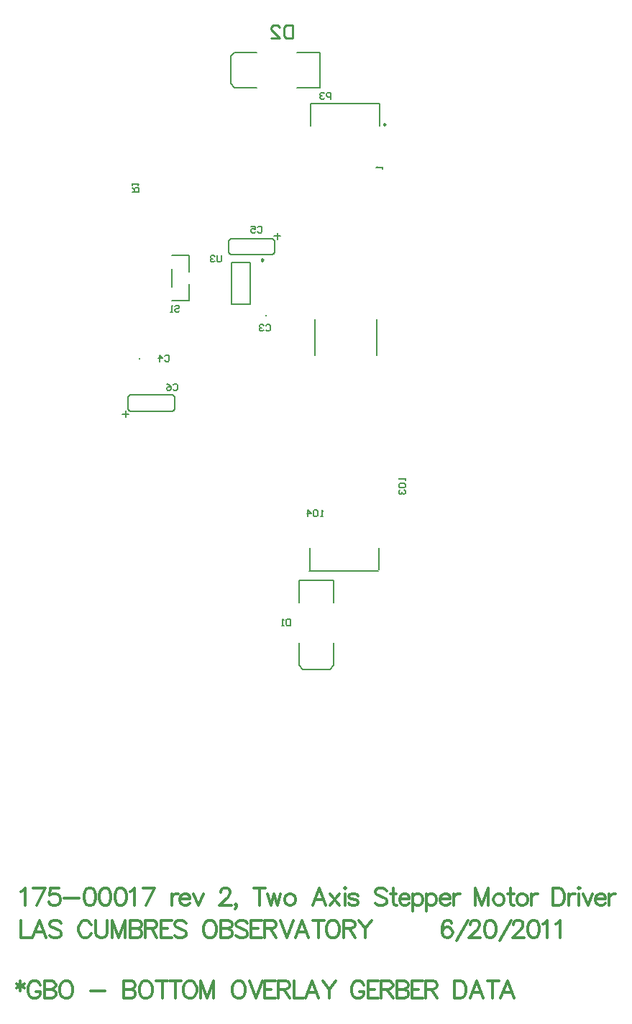
<source format=gbo>
%FSLAX23Y23*%
%MOIN*%
G70*
G01*
G75*
G04 Layer_Color=32896*
%ADD10R,0.079X0.236*%
%ADD11C,0.008*%
%ADD12C,0.007*%
%ADD13C,0.050*%
%ADD14C,0.020*%
%ADD15C,0.012*%
%ADD16C,0.012*%
%ADD17C,0.012*%
%ADD18R,0.070X0.070*%
%ADD19C,0.070*%
%ADD20C,0.219*%
%ADD21C,0.276*%
%ADD22C,0.059*%
%ADD23R,0.059X0.059*%
%ADD24C,0.050*%
%ADD25C,0.024*%
%ADD26C,0.040*%
%ADD27C,0.080*%
G04:AMPARAMS|DCode=28|XSize=100mil|YSize=100mil|CornerRadius=0mil|HoleSize=0mil|Usage=FLASHONLY|Rotation=0.000|XOffset=0mil|YOffset=0mil|HoleType=Round|Shape=Relief|Width=10mil|Gap=10mil|Entries=4|*
%AMTHD28*
7,0,0,0.100,0.080,0.010,45*
%
%ADD28THD28*%
%ADD29C,0.206*%
%ADD30C,0.197*%
%ADD31C,0.075*%
G04:AMPARAMS|DCode=32|XSize=85mil|YSize=85mil|CornerRadius=0mil|HoleSize=0mil|Usage=FLASHONLY|Rotation=0.000|XOffset=0mil|YOffset=0mil|HoleType=Round|Shape=Relief|Width=10mil|Gap=10mil|Entries=4|*
%AMTHD32*
7,0,0,0.085,0.065,0.010,45*
%
%ADD32THD32*%
%ADD33C,0.065*%
G04:AMPARAMS|DCode=34|XSize=70mil|YSize=70mil|CornerRadius=0mil|HoleSize=0mil|Usage=FLASHONLY|Rotation=0.000|XOffset=0mil|YOffset=0mil|HoleType=Round|Shape=Relief|Width=10mil|Gap=10mil|Entries=4|*
%AMTHD34*
7,0,0,0.070,0.050,0.010,45*
%
%ADD34THD34*%
%ADD35C,0.068*%
G04:AMPARAMS|DCode=36|XSize=88mil|YSize=88mil|CornerRadius=0mil|HoleSize=0mil|Usage=FLASHONLY|Rotation=0.000|XOffset=0mil|YOffset=0mil|HoleType=Round|Shape=Relief|Width=10mil|Gap=10mil|Entries=4|*
%AMTHD36*
7,0,0,0.088,0.068,0.010,45*
%
%ADD36THD36*%
%ADD37C,0.075*%
%ADD38C,0.010*%
%ADD39R,0.094X0.130*%
%ADD40R,0.050X0.050*%
%ADD41R,0.078X0.048*%
%ADD42R,0.050X0.050*%
%ADD43R,0.059X0.039*%
%ADD44R,0.085X0.016*%
%ADD45R,0.020X0.709*%
%ADD46R,0.130X0.094*%
%ADD47O,0.079X0.024*%
%ADD48C,0.005*%
%ADD49C,0.030*%
%ADD50C,0.008*%
%ADD51C,0.006*%
%ADD52C,0.015*%
%ADD53R,0.149X0.227*%
%ADD54R,0.087X0.244*%
%ADD55R,0.078X0.078*%
%ADD56C,0.078*%
%ADD57C,0.227*%
%ADD58C,0.284*%
%ADD59C,0.067*%
%ADD60R,0.067X0.067*%
%ADD61C,0.032*%
%ADD62C,0.058*%
%ADD63R,0.160X0.710*%
%ADD64R,0.120X0.972*%
%ADD65R,0.102X0.138*%
%ADD66R,0.058X0.058*%
%ADD67R,0.086X0.056*%
%ADD68R,0.058X0.058*%
%ADD69R,0.067X0.047*%
%ADD70R,0.138X0.102*%
%ADD71O,0.087X0.032*%
%ADD72C,0.010*%
%ADD73C,0.010*%
%ADD74C,0.007*%
D11*
X31994Y22274D02*
X31984Y22270D01*
X31980Y22260D01*
Y22212D02*
X31984Y22202D01*
X31994Y22198D01*
X32182D02*
X32192Y22202D01*
X32196Y22212D01*
Y22260D02*
X32192Y22270D01*
X32182Y22274D01*
X31717Y21473D02*
X31727Y21477D01*
X31731Y21487D01*
Y21535D02*
X31727Y21545D01*
X31717Y21549D01*
X31529D02*
X31519Y21545D01*
X31515Y21535D01*
Y21487D02*
X31519Y21477D01*
X31529Y21473D01*
X31994Y22198D02*
X32182D01*
X31994Y22274D02*
X32182D01*
X32196Y22212D02*
Y22260D01*
X31980Y22212D02*
Y22260D01*
X31529Y21549D02*
X31717D01*
X31529Y21473D02*
X31717D01*
X31515Y21487D02*
Y21535D01*
X31731Y21487D02*
Y21535D01*
D12*
X32192Y22286D02*
X32222D01*
X32207Y22271D02*
Y22301D01*
X31489Y21461D02*
X31519D01*
X31504Y21446D02*
Y21476D01*
D15*
X31016Y18832D02*
Y18786D01*
X30997Y18821D02*
X31035Y18798D01*
Y18821D02*
X30997Y18798D01*
X31108Y18813D02*
X31105Y18821D01*
X31097Y18828D01*
X31089Y18832D01*
X31074D01*
X31066Y18828D01*
X31059Y18821D01*
X31055Y18813D01*
X31051Y18802D01*
Y18783D01*
X31055Y18771D01*
X31059Y18763D01*
X31066Y18756D01*
X31074Y18752D01*
X31089D01*
X31097Y18756D01*
X31105Y18763D01*
X31108Y18771D01*
Y18783D01*
X31089D02*
X31108D01*
X31127Y18832D02*
Y18752D01*
Y18832D02*
X31161D01*
X31172Y18828D01*
X31176Y18824D01*
X31180Y18817D01*
Y18809D01*
X31176Y18802D01*
X31172Y18798D01*
X31161Y18794D01*
X31127D02*
X31161D01*
X31172Y18790D01*
X31176Y18786D01*
X31180Y18779D01*
Y18767D01*
X31176Y18760D01*
X31172Y18756D01*
X31161Y18752D01*
X31127D01*
X31221Y18832D02*
X31213Y18828D01*
X31205Y18821D01*
X31202Y18813D01*
X31198Y18802D01*
Y18783D01*
X31202Y18771D01*
X31205Y18763D01*
X31213Y18756D01*
X31221Y18752D01*
X31236D01*
X31244Y18756D01*
X31251Y18763D01*
X31255Y18771D01*
X31259Y18783D01*
Y18802D01*
X31255Y18813D01*
X31251Y18821D01*
X31244Y18828D01*
X31236Y18832D01*
X31221D01*
X31340Y18786D02*
X31409D01*
X31495Y18832D02*
Y18752D01*
Y18832D02*
X31530D01*
X31541Y18828D01*
X31545Y18824D01*
X31549Y18817D01*
Y18809D01*
X31545Y18802D01*
X31541Y18798D01*
X31530Y18794D01*
X31495D02*
X31530D01*
X31541Y18790D01*
X31545Y18786D01*
X31549Y18779D01*
Y18767D01*
X31545Y18760D01*
X31541Y18756D01*
X31530Y18752D01*
X31495D01*
X31589Y18832D02*
X31582Y18828D01*
X31574Y18821D01*
X31570Y18813D01*
X31567Y18802D01*
Y18783D01*
X31570Y18771D01*
X31574Y18763D01*
X31582Y18756D01*
X31589Y18752D01*
X31605D01*
X31612Y18756D01*
X31620Y18763D01*
X31624Y18771D01*
X31627Y18783D01*
Y18802D01*
X31624Y18813D01*
X31620Y18821D01*
X31612Y18828D01*
X31605Y18832D01*
X31589D01*
X31673D02*
Y18752D01*
X31646Y18832D02*
X31699D01*
X31736D02*
Y18752D01*
X31709Y18832D02*
X31762D01*
X31795D02*
X31787Y18828D01*
X31779Y18821D01*
X31776Y18813D01*
X31772Y18802D01*
Y18783D01*
X31776Y18771D01*
X31779Y18763D01*
X31787Y18756D01*
X31795Y18752D01*
X31810D01*
X31818Y18756D01*
X31825Y18763D01*
X31829Y18771D01*
X31833Y18783D01*
Y18802D01*
X31829Y18813D01*
X31825Y18821D01*
X31818Y18828D01*
X31810Y18832D01*
X31795D01*
X31851D02*
Y18752D01*
Y18832D02*
X31882Y18752D01*
X31912Y18832D02*
X31882Y18752D01*
X31912Y18832D02*
Y18752D01*
X32021Y18832D02*
X32013Y18828D01*
X32006Y18821D01*
X32002Y18813D01*
X31998Y18802D01*
Y18783D01*
X32002Y18771D01*
X32006Y18763D01*
X32013Y18756D01*
X32021Y18752D01*
X32036D01*
X32044Y18756D01*
X32051Y18763D01*
X32055Y18771D01*
X32059Y18783D01*
Y18802D01*
X32055Y18813D01*
X32051Y18821D01*
X32044Y18828D01*
X32036Y18832D01*
X32021D01*
X32078D02*
X32108Y18752D01*
X32139Y18832D02*
X32108Y18752D01*
X32198Y18832D02*
X32149D01*
Y18752D01*
X32198D01*
X32149Y18794D02*
X32179D01*
X32212Y18832D02*
Y18752D01*
Y18832D02*
X32246D01*
X32257Y18828D01*
X32261Y18824D01*
X32265Y18817D01*
Y18809D01*
X32261Y18802D01*
X32257Y18798D01*
X32246Y18794D01*
X32212D01*
X32238D02*
X32265Y18752D01*
X32283Y18832D02*
Y18752D01*
X32329D01*
X32398D02*
X32368Y18832D01*
X32337Y18752D01*
X32349Y18779D02*
X32387D01*
X32417Y18832D02*
X32447Y18794D01*
Y18752D01*
X32478Y18832D02*
X32447Y18794D01*
X32608Y18813D02*
X32604Y18821D01*
X32597Y18828D01*
X32589Y18832D01*
X32574D01*
X32566Y18828D01*
X32559Y18821D01*
X32555Y18813D01*
X32551Y18802D01*
Y18783D01*
X32555Y18771D01*
X32559Y18763D01*
X32566Y18756D01*
X32574Y18752D01*
X32589D01*
X32597Y18756D01*
X32604Y18763D01*
X32608Y18771D01*
Y18783D01*
X32589D02*
X32608D01*
X32676Y18832D02*
X32627D01*
Y18752D01*
X32676D01*
X32627Y18794D02*
X32657D01*
X32689Y18832D02*
Y18752D01*
Y18832D02*
X32724D01*
X32735Y18828D01*
X32739Y18824D01*
X32743Y18817D01*
Y18809D01*
X32739Y18802D01*
X32735Y18798D01*
X32724Y18794D01*
X32689D01*
X32716D02*
X32743Y18752D01*
X32761Y18832D02*
Y18752D01*
Y18832D02*
X32795D01*
X32806Y18828D01*
X32810Y18824D01*
X32814Y18817D01*
Y18809D01*
X32810Y18802D01*
X32806Y18798D01*
X32795Y18794D01*
X32761D02*
X32795D01*
X32806Y18790D01*
X32810Y18786D01*
X32814Y18779D01*
Y18767D01*
X32810Y18760D01*
X32806Y18756D01*
X32795Y18752D01*
X32761D01*
X32881Y18832D02*
X32832D01*
Y18752D01*
X32881D01*
X32832Y18794D02*
X32862D01*
X32895Y18832D02*
Y18752D01*
Y18832D02*
X32929D01*
X32940Y18828D01*
X32944Y18824D01*
X32948Y18817D01*
Y18809D01*
X32944Y18802D01*
X32940Y18798D01*
X32929Y18794D01*
X32895D01*
X32921D02*
X32948Y18752D01*
X33029Y18832D02*
Y18752D01*
Y18832D02*
X33055D01*
X33067Y18828D01*
X33074Y18821D01*
X33078Y18813D01*
X33082Y18802D01*
Y18783D01*
X33078Y18771D01*
X33074Y18763D01*
X33067Y18756D01*
X33055Y18752D01*
X33029D01*
X33161D02*
X33130Y18832D01*
X33100Y18752D01*
X33111Y18779D02*
X33149D01*
X33206Y18832D02*
Y18752D01*
X33180Y18832D02*
X33233D01*
X33303Y18752D02*
X33273Y18832D01*
X33242Y18752D01*
X33254Y18779D02*
X33292D01*
D16*
X31018Y19113D02*
Y19033D01*
X31063D01*
X31133D02*
X31103Y19113D01*
X31072Y19033D01*
X31084Y19059D02*
X31122D01*
X31205Y19101D02*
X31198Y19109D01*
X31186Y19113D01*
X31171D01*
X31159Y19109D01*
X31152Y19101D01*
Y19094D01*
X31156Y19086D01*
X31159Y19082D01*
X31167Y19078D01*
X31190Y19071D01*
X31198Y19067D01*
X31201Y19063D01*
X31205Y19055D01*
Y19044D01*
X31198Y19036D01*
X31186Y19033D01*
X31171D01*
X31159Y19036D01*
X31152Y19044D01*
X31343Y19094D02*
X31339Y19101D01*
X31332Y19109D01*
X31324Y19113D01*
X31309D01*
X31301Y19109D01*
X31294Y19101D01*
X31290Y19094D01*
X31286Y19082D01*
Y19063D01*
X31290Y19052D01*
X31294Y19044D01*
X31301Y19036D01*
X31309Y19033D01*
X31324D01*
X31332Y19036D01*
X31339Y19044D01*
X31343Y19052D01*
X31366Y19113D02*
Y19055D01*
X31369Y19044D01*
X31377Y19036D01*
X31388Y19033D01*
X31396D01*
X31407Y19036D01*
X31415Y19044D01*
X31419Y19055D01*
Y19113D01*
X31441D02*
Y19033D01*
Y19113D02*
X31471Y19033D01*
X31502Y19113D02*
X31471Y19033D01*
X31502Y19113D02*
Y19033D01*
X31525Y19113D02*
Y19033D01*
Y19113D02*
X31559D01*
X31570Y19109D01*
X31574Y19105D01*
X31578Y19097D01*
Y19090D01*
X31574Y19082D01*
X31570Y19078D01*
X31559Y19075D01*
X31525D02*
X31559D01*
X31570Y19071D01*
X31574Y19067D01*
X31578Y19059D01*
Y19048D01*
X31574Y19040D01*
X31570Y19036D01*
X31559Y19033D01*
X31525D01*
X31596Y19113D02*
Y19033D01*
Y19113D02*
X31630D01*
X31642Y19109D01*
X31645Y19105D01*
X31649Y19097D01*
Y19090D01*
X31645Y19082D01*
X31642Y19078D01*
X31630Y19075D01*
X31596D01*
X31623D02*
X31649Y19033D01*
X31717Y19113D02*
X31667D01*
Y19033D01*
X31717D01*
X31667Y19075D02*
X31698D01*
X31783Y19101D02*
X31776Y19109D01*
X31764Y19113D01*
X31749D01*
X31738Y19109D01*
X31730Y19101D01*
Y19094D01*
X31734Y19086D01*
X31738Y19082D01*
X31745Y19078D01*
X31768Y19071D01*
X31776Y19067D01*
X31780Y19063D01*
X31783Y19055D01*
Y19044D01*
X31776Y19036D01*
X31764Y19033D01*
X31749D01*
X31738Y19036D01*
X31730Y19044D01*
X31887Y19113D02*
X31879Y19109D01*
X31872Y19101D01*
X31868Y19094D01*
X31864Y19082D01*
Y19063D01*
X31868Y19052D01*
X31872Y19044D01*
X31879Y19036D01*
X31887Y19033D01*
X31902D01*
X31910Y19036D01*
X31917Y19044D01*
X31921Y19052D01*
X31925Y19063D01*
Y19082D01*
X31921Y19094D01*
X31917Y19101D01*
X31910Y19109D01*
X31902Y19113D01*
X31887D01*
X31944D02*
Y19033D01*
Y19113D02*
X31978D01*
X31989Y19109D01*
X31993Y19105D01*
X31997Y19097D01*
Y19090D01*
X31993Y19082D01*
X31989Y19078D01*
X31978Y19075D01*
X31944D02*
X31978D01*
X31989Y19071D01*
X31993Y19067D01*
X31997Y19059D01*
Y19048D01*
X31993Y19040D01*
X31989Y19036D01*
X31978Y19033D01*
X31944D01*
X32068Y19101D02*
X32061Y19109D01*
X32049Y19113D01*
X32034D01*
X32023Y19109D01*
X32015Y19101D01*
Y19094D01*
X32019Y19086D01*
X32023Y19082D01*
X32030Y19078D01*
X32053Y19071D01*
X32061Y19067D01*
X32064Y19063D01*
X32068Y19055D01*
Y19044D01*
X32061Y19036D01*
X32049Y19033D01*
X32034D01*
X32023Y19036D01*
X32015Y19044D01*
X32136Y19113D02*
X32086D01*
Y19033D01*
X32136D01*
X32086Y19075D02*
X32117D01*
X32149Y19113D02*
Y19033D01*
Y19113D02*
X32183D01*
X32195Y19109D01*
X32198Y19105D01*
X32202Y19097D01*
Y19090D01*
X32198Y19082D01*
X32195Y19078D01*
X32183Y19075D01*
X32149D01*
X32176D02*
X32202Y19033D01*
X32220Y19113D02*
X32251Y19033D01*
X32281Y19113D02*
X32251Y19033D01*
X32352D02*
X32322Y19113D01*
X32291Y19033D01*
X32303Y19059D02*
X32341D01*
X32398Y19113D02*
Y19033D01*
X32371Y19113D02*
X32424D01*
X32457D02*
X32449Y19109D01*
X32441Y19101D01*
X32438Y19094D01*
X32434Y19082D01*
Y19063D01*
X32438Y19052D01*
X32441Y19044D01*
X32449Y19036D01*
X32457Y19033D01*
X32472D01*
X32480Y19036D01*
X32487Y19044D01*
X32491Y19052D01*
X32495Y19063D01*
Y19082D01*
X32491Y19094D01*
X32487Y19101D01*
X32480Y19109D01*
X32472Y19113D01*
X32457D01*
X32513D02*
Y19033D01*
Y19113D02*
X32548D01*
X32559Y19109D01*
X32563Y19105D01*
X32567Y19097D01*
Y19090D01*
X32563Y19082D01*
X32559Y19078D01*
X32548Y19075D01*
X32513D01*
X32540D02*
X32567Y19033D01*
X32585Y19113D02*
X32615Y19075D01*
Y19033D01*
X32646Y19113D02*
X32615Y19075D01*
X33016Y19101D02*
X33012Y19109D01*
X33001Y19113D01*
X32993D01*
X32982Y19109D01*
X32974Y19097D01*
X32970Y19078D01*
Y19059D01*
X32974Y19044D01*
X32982Y19036D01*
X32993Y19033D01*
X32997D01*
X33008Y19036D01*
X33016Y19044D01*
X33020Y19055D01*
Y19059D01*
X33016Y19071D01*
X33008Y19078D01*
X32997Y19082D01*
X32993D01*
X32982Y19078D01*
X32974Y19071D01*
X32970Y19059D01*
X33037Y19021D02*
X33090Y19113D01*
X33100Y19094D02*
Y19097D01*
X33103Y19105D01*
X33107Y19109D01*
X33115Y19113D01*
X33130D01*
X33138Y19109D01*
X33142Y19105D01*
X33145Y19097D01*
Y19090D01*
X33142Y19082D01*
X33134Y19071D01*
X33096Y19033D01*
X33149D01*
X33190Y19113D02*
X33178Y19109D01*
X33171Y19097D01*
X33167Y19078D01*
Y19067D01*
X33171Y19048D01*
X33178Y19036D01*
X33190Y19033D01*
X33198D01*
X33209Y19036D01*
X33217Y19048D01*
X33220Y19067D01*
Y19078D01*
X33217Y19097D01*
X33209Y19109D01*
X33198Y19113D01*
X33190D01*
X33238Y19021D02*
X33292Y19113D01*
X33301Y19094D02*
Y19097D01*
X33305Y19105D01*
X33308Y19109D01*
X33316Y19113D01*
X33331D01*
X33339Y19109D01*
X33343Y19105D01*
X33346Y19097D01*
Y19090D01*
X33343Y19082D01*
X33335Y19071D01*
X33297Y19033D01*
X33350D01*
X33391Y19113D02*
X33380Y19109D01*
X33372Y19097D01*
X33368Y19078D01*
Y19067D01*
X33372Y19048D01*
X33380Y19036D01*
X33391Y19033D01*
X33399D01*
X33410Y19036D01*
X33418Y19048D01*
X33421Y19067D01*
Y19078D01*
X33418Y19097D01*
X33410Y19109D01*
X33399Y19113D01*
X33391D01*
X33439Y19097D02*
X33447Y19101D01*
X33458Y19113D01*
Y19033D01*
X33498Y19097D02*
X33506Y19101D01*
X33517Y19113D01*
Y19033D01*
D17*
X31018Y19247D02*
X31025Y19251D01*
X31037Y19263D01*
Y19183D01*
X31130Y19263D02*
X31092Y19183D01*
X31076Y19263D02*
X31130D01*
X31193D02*
X31155D01*
X31151Y19228D01*
X31155Y19232D01*
X31167Y19236D01*
X31178D01*
X31190Y19232D01*
X31197Y19225D01*
X31201Y19213D01*
Y19205D01*
X31197Y19194D01*
X31190Y19186D01*
X31178Y19183D01*
X31167D01*
X31155Y19186D01*
X31151Y19190D01*
X31148Y19198D01*
X31219Y19217D02*
X31287D01*
X31334Y19263D02*
X31322Y19259D01*
X31315Y19247D01*
X31311Y19228D01*
Y19217D01*
X31315Y19198D01*
X31322Y19186D01*
X31334Y19183D01*
X31342D01*
X31353Y19186D01*
X31361Y19198D01*
X31364Y19217D01*
Y19228D01*
X31361Y19247D01*
X31353Y19259D01*
X31342Y19263D01*
X31334D01*
X31405D02*
X31394Y19259D01*
X31386Y19247D01*
X31382Y19228D01*
Y19217D01*
X31386Y19198D01*
X31394Y19186D01*
X31405Y19183D01*
X31413D01*
X31424Y19186D01*
X31432Y19198D01*
X31436Y19217D01*
Y19228D01*
X31432Y19247D01*
X31424Y19259D01*
X31413Y19263D01*
X31405D01*
X31476D02*
X31465Y19259D01*
X31457Y19247D01*
X31454Y19228D01*
Y19217D01*
X31457Y19198D01*
X31465Y19186D01*
X31476Y19183D01*
X31484D01*
X31495Y19186D01*
X31503Y19198D01*
X31507Y19217D01*
Y19228D01*
X31503Y19247D01*
X31495Y19259D01*
X31484Y19263D01*
X31476D01*
X31525Y19247D02*
X31532Y19251D01*
X31544Y19263D01*
Y19183D01*
X31637Y19263D02*
X31599Y19183D01*
X31583Y19263D02*
X31637D01*
X31717Y19236D02*
Y19183D01*
Y19213D02*
X31721Y19225D01*
X31729Y19232D01*
X31736Y19236D01*
X31748D01*
X31755Y19213D02*
X31801D01*
Y19221D01*
X31797Y19228D01*
X31793Y19232D01*
X31786Y19236D01*
X31774D01*
X31767Y19232D01*
X31759Y19225D01*
X31755Y19213D01*
Y19205D01*
X31759Y19194D01*
X31767Y19186D01*
X31774Y19183D01*
X31786D01*
X31793Y19186D01*
X31801Y19194D01*
X31818Y19236D02*
X31841Y19183D01*
X31864Y19236D02*
X31841Y19183D01*
X31943Y19244D02*
Y19247D01*
X31947Y19255D01*
X31951Y19259D01*
X31959Y19263D01*
X31974D01*
X31981Y19259D01*
X31985Y19255D01*
X31989Y19247D01*
Y19240D01*
X31985Y19232D01*
X31978Y19221D01*
X31939Y19183D01*
X31993D01*
X32018Y19186D02*
X32015Y19183D01*
X32011Y19186D01*
X32015Y19190D01*
X32018Y19186D01*
Y19179D01*
X32015Y19171D01*
X32011Y19167D01*
X32125Y19263D02*
Y19183D01*
X32099Y19263D02*
X32152D01*
X32162Y19236D02*
X32177Y19183D01*
X32192Y19236D02*
X32177Y19183D01*
X32192Y19236D02*
X32207Y19183D01*
X32222Y19236D02*
X32207Y19183D01*
X32260Y19236D02*
X32253Y19232D01*
X32245Y19225D01*
X32241Y19213D01*
Y19205D01*
X32245Y19194D01*
X32253Y19186D01*
X32260Y19183D01*
X32272D01*
X32279Y19186D01*
X32287Y19194D01*
X32291Y19205D01*
Y19213D01*
X32287Y19225D01*
X32279Y19232D01*
X32272Y19236D01*
X32260D01*
X32432Y19183D02*
X32401Y19263D01*
X32371Y19183D01*
X32382Y19209D02*
X32421D01*
X32451Y19236D02*
X32493Y19183D01*
Y19236D02*
X32451Y19183D01*
X32517Y19263D02*
X32521Y19259D01*
X32525Y19263D01*
X32521Y19266D01*
X32517Y19263D01*
X32521Y19236D02*
Y19183D01*
X32581Y19225D02*
X32577Y19232D01*
X32565Y19236D01*
X32554D01*
X32542Y19232D01*
X32539Y19225D01*
X32542Y19217D01*
X32550Y19213D01*
X32569Y19209D01*
X32577Y19205D01*
X32581Y19198D01*
Y19194D01*
X32577Y19186D01*
X32565Y19183D01*
X32554D01*
X32542Y19186D01*
X32539Y19194D01*
X32713Y19251D02*
X32706Y19259D01*
X32694Y19263D01*
X32679D01*
X32668Y19259D01*
X32660Y19251D01*
Y19244D01*
X32664Y19236D01*
X32668Y19232D01*
X32675Y19228D01*
X32698Y19221D01*
X32706Y19217D01*
X32710Y19213D01*
X32713Y19205D01*
Y19194D01*
X32706Y19186D01*
X32694Y19183D01*
X32679D01*
X32668Y19186D01*
X32660Y19194D01*
X32743Y19263D02*
Y19198D01*
X32747Y19186D01*
X32754Y19183D01*
X32762D01*
X32731Y19236D02*
X32758D01*
X32773Y19213D02*
X32819D01*
Y19221D01*
X32815Y19228D01*
X32811Y19232D01*
X32804Y19236D01*
X32792D01*
X32785Y19232D01*
X32777Y19225D01*
X32773Y19213D01*
Y19205D01*
X32777Y19194D01*
X32785Y19186D01*
X32792Y19183D01*
X32804D01*
X32811Y19186D01*
X32819Y19194D01*
X32836Y19236D02*
Y19156D01*
Y19225D02*
X32844Y19232D01*
X32851Y19236D01*
X32863D01*
X32870Y19232D01*
X32878Y19225D01*
X32882Y19213D01*
Y19205D01*
X32878Y19194D01*
X32870Y19186D01*
X32863Y19183D01*
X32851D01*
X32844Y19186D01*
X32836Y19194D01*
X32899Y19236D02*
Y19156D01*
Y19225D02*
X32907Y19232D01*
X32914Y19236D01*
X32926D01*
X32933Y19232D01*
X32941Y19225D01*
X32945Y19213D01*
Y19205D01*
X32941Y19194D01*
X32933Y19186D01*
X32926Y19183D01*
X32914D01*
X32907Y19186D01*
X32899Y19194D01*
X32962Y19213D02*
X33007D01*
Y19221D01*
X33004Y19228D01*
X33000Y19232D01*
X32992Y19236D01*
X32981D01*
X32973Y19232D01*
X32966Y19225D01*
X32962Y19213D01*
Y19205D01*
X32966Y19194D01*
X32973Y19186D01*
X32981Y19183D01*
X32992D01*
X33000Y19186D01*
X33007Y19194D01*
X33025Y19236D02*
Y19183D01*
Y19213D02*
X33028Y19225D01*
X33036Y19232D01*
X33044Y19236D01*
X33055D01*
X33125Y19263D02*
Y19183D01*
Y19263D02*
X33156Y19183D01*
X33186Y19263D02*
X33156Y19183D01*
X33186Y19263D02*
Y19183D01*
X33228Y19236D02*
X33220Y19232D01*
X33213Y19225D01*
X33209Y19213D01*
Y19205D01*
X33213Y19194D01*
X33220Y19186D01*
X33228Y19183D01*
X33239D01*
X33247Y19186D01*
X33255Y19194D01*
X33258Y19205D01*
Y19213D01*
X33255Y19225D01*
X33247Y19232D01*
X33239Y19236D01*
X33228D01*
X33287Y19263D02*
Y19198D01*
X33291Y19186D01*
X33299Y19183D01*
X33306D01*
X33276Y19236D02*
X33303D01*
X33337D02*
X33329Y19232D01*
X33322Y19225D01*
X33318Y19213D01*
Y19205D01*
X33322Y19194D01*
X33329Y19186D01*
X33337Y19183D01*
X33348D01*
X33356Y19186D01*
X33364Y19194D01*
X33367Y19205D01*
Y19213D01*
X33364Y19225D01*
X33356Y19232D01*
X33348Y19236D01*
X33337D01*
X33385D02*
Y19183D01*
Y19213D02*
X33389Y19225D01*
X33396Y19232D01*
X33404Y19236D01*
X33415D01*
X33485Y19263D02*
Y19183D01*
Y19263D02*
X33512D01*
X33524Y19259D01*
X33531Y19251D01*
X33535Y19244D01*
X33539Y19232D01*
Y19213D01*
X33535Y19202D01*
X33531Y19194D01*
X33524Y19186D01*
X33512Y19183D01*
X33485D01*
X33557Y19236D02*
Y19183D01*
Y19213D02*
X33560Y19225D01*
X33568Y19232D01*
X33576Y19236D01*
X33587D01*
X33602Y19263D02*
X33606Y19259D01*
X33610Y19263D01*
X33606Y19266D01*
X33602Y19263D01*
X33606Y19236D02*
Y19183D01*
X33624Y19236D02*
X33647Y19183D01*
X33669Y19236D02*
X33647Y19183D01*
X33682Y19213D02*
X33728D01*
Y19221D01*
X33724Y19228D01*
X33720Y19232D01*
X33713Y19236D01*
X33701D01*
X33694Y19232D01*
X33686Y19225D01*
X33682Y19213D01*
Y19205D01*
X33686Y19194D01*
X33694Y19186D01*
X33701Y19183D01*
X33713D01*
X33720Y19186D01*
X33728Y19194D01*
X33745Y19236D02*
Y19183D01*
Y19213D02*
X33749Y19225D01*
X33757Y19232D01*
X33764Y19236D01*
X33776D01*
D38*
X32279Y23263D02*
Y23203D01*
X32249D01*
X32239Y23213D01*
Y23253D01*
X32249Y23263D01*
X32279D01*
X32179Y23203D02*
X32219D01*
X32179Y23243D01*
Y23253D01*
X32189Y23263D01*
X32209D01*
X32219Y23253D01*
D48*
X32153Y21870D02*
X32158Y21875D01*
X32168D01*
X32173Y21870D01*
Y21850D01*
X32168Y21845D01*
X32158D01*
X32153Y21850D01*
X32143Y21870D02*
X32138Y21875D01*
X32128D01*
X32123Y21870D01*
Y21865D01*
X32128Y21860D01*
X32133D01*
X32128D01*
X32123Y21855D01*
Y21850D01*
X32128Y21845D01*
X32138D01*
X32143Y21850D01*
X31686Y21728D02*
X31691Y21733D01*
X31701D01*
X31706Y21728D01*
Y21708D01*
X31701Y21703D01*
X31691D01*
X31686Y21708D01*
X31661Y21703D02*
Y21733D01*
X31676Y21718D01*
X31656D01*
X32116Y22325D02*
X32121Y22330D01*
X32131D01*
X32136Y22325D01*
Y22305D01*
X32131Y22300D01*
X32121D01*
X32116Y22305D01*
X32086Y22330D02*
X32106D01*
Y22315D01*
X32096Y22320D01*
X32091D01*
X32086Y22315D01*
Y22305D01*
X32091Y22300D01*
X32101D01*
X32106Y22305D01*
X31724Y21595D02*
X31729Y21600D01*
X31739D01*
X31744Y21595D01*
Y21575D01*
X31739Y21570D01*
X31729D01*
X31724Y21575D01*
X31694Y21600D02*
X31704Y21595D01*
X31714Y21585D01*
Y21575D01*
X31709Y21570D01*
X31699D01*
X31694Y21575D01*
Y21580D01*
X31699Y21585D01*
X31714D01*
X32267Y20510D02*
Y20480D01*
X32252D01*
X32247Y20485D01*
Y20505D01*
X32252Y20510D01*
X32267D01*
X32237Y20480D02*
X32227D01*
X32232D01*
Y20510D01*
X32237Y20505D01*
X32455Y22920D02*
Y22950D01*
X32440D01*
X32435Y22945D01*
Y22935D01*
X32440Y22930D01*
X32455D01*
X32425Y22945D02*
X32420Y22950D01*
X32410D01*
X32405Y22945D01*
Y22940D01*
X32410Y22935D01*
X32415D01*
X32410D01*
X32405Y22930D01*
Y22925D01*
X32410Y22920D01*
X32420D01*
X32425Y22925D01*
X31536Y22490D02*
X31566D01*
Y22505D01*
X31561Y22510D01*
X31551D01*
X31546Y22505D01*
Y22490D01*
Y22500D02*
X31536Y22510D01*
Y22520D02*
Y22530D01*
Y22525D01*
X31566D01*
X31561Y22520D01*
X31732Y21958D02*
X31737Y21963D01*
X31747D01*
X31752Y21958D01*
Y21953D01*
X31747Y21948D01*
X31737D01*
X31732Y21943D01*
Y21938D01*
X31737Y21933D01*
X31747D01*
X31752Y21938D01*
X31722Y21933D02*
X31712D01*
X31717D01*
Y21963D01*
X31722Y21958D01*
X31947Y22196D02*
Y22171D01*
X31942Y22166D01*
X31932D01*
X31927Y22171D01*
Y22196D01*
X31917Y22191D02*
X31912Y22196D01*
X31902D01*
X31897Y22191D01*
Y22186D01*
X31902Y22181D01*
X31907D01*
X31902D01*
X31897Y22176D01*
Y22171D01*
X31902Y22166D01*
X31912D01*
X31917Y22171D01*
X32695Y22607D02*
Y22597D01*
Y22602D01*
X32665D01*
X32670Y22607D01*
X32419Y20986D02*
X32409D01*
X32414D01*
Y21016D01*
X32419Y21011D01*
X32394D02*
X32389Y21016D01*
X32379D01*
X32374Y21011D01*
Y20991D01*
X32379Y20986D01*
X32389D01*
X32394Y20991D01*
Y21011D01*
X32349Y20986D02*
Y21016D01*
X32364Y21001D01*
X32344D01*
X32801Y21164D02*
Y21154D01*
Y21159D01*
X32771D01*
X32776Y21164D01*
Y21139D02*
X32771Y21134D01*
Y21124D01*
X32776Y21119D01*
X32796D01*
X32801Y21124D01*
Y21134D01*
X32796Y21139D01*
X32776D01*
Y21109D02*
X32771Y21104D01*
Y21094D01*
X32776Y21089D01*
X32781D01*
X32786Y21094D01*
Y21099D01*
Y21094D01*
X32791Y21089D01*
X32796D01*
X32801Y21094D01*
Y21104D01*
X32796Y21109D01*
D50*
X32009Y23136D02*
X32111D01*
X31991Y22992D02*
Y23118D01*
X32405Y22974D02*
Y23136D01*
X32298Y22974D02*
X32405D01*
X32298Y23136D02*
X32405D01*
X31991Y23118D02*
X32009Y23136D01*
X31991Y22992D02*
X32009Y22974D01*
X32111D01*
X32361Y22898D02*
X32441D01*
X32600D02*
X32680D01*
X32441D02*
X32600D01*
X32356Y20734D02*
X32675D01*
X32361Y22795D02*
Y22898D01*
X32681Y22796D02*
Y22899D01*
X32358Y20737D02*
Y20840D01*
X32677Y20738D02*
Y20841D01*
X32382Y21733D02*
Y21900D01*
X32669Y21733D02*
Y21900D01*
X32307Y20295D02*
Y20398D01*
X32325Y20277D02*
X32451D01*
X32307Y20691D02*
X32468D01*
Y20585D02*
Y20691D01*
X32307Y20585D02*
Y20691D01*
X32307Y20295D02*
X32325Y20277D01*
X32451D02*
X32468Y20295D01*
Y20398D01*
X31994Y21968D02*
X32081D01*
X31994Y22164D02*
X32081D01*
X31994Y21968D02*
Y22164D01*
X32081Y21968D02*
Y22164D01*
D72*
X31569Y21716D02*
D03*
X32154Y21916D02*
D03*
D73*
X32709Y22802D02*
X32701Y22806D01*
Y22798D01*
X32709Y22802D01*
X32141Y22175D02*
X32134Y22179D01*
Y22170D01*
X32141Y22175D01*
D74*
X31797Y21985D02*
Y22064D01*
X31718Y21985D02*
X31797D01*
X31718Y22048D02*
Y22134D01*
Y22197D02*
X31797D01*
Y22119D02*
Y22197D01*
M02*

</source>
